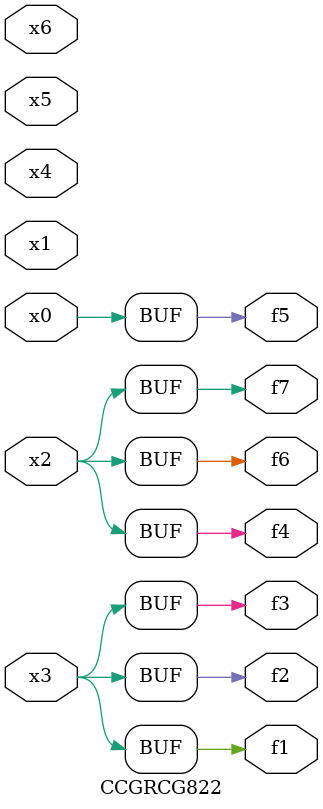
<source format=v>
module CCGRCG822(
	input x0, x1, x2, x3, x4, x5, x6,
	output f1, f2, f3, f4, f5, f6, f7
);
	assign f1 = x3;
	assign f2 = x3;
	assign f3 = x3;
	assign f4 = x2;
	assign f5 = x0;
	assign f6 = x2;
	assign f7 = x2;
endmodule

</source>
